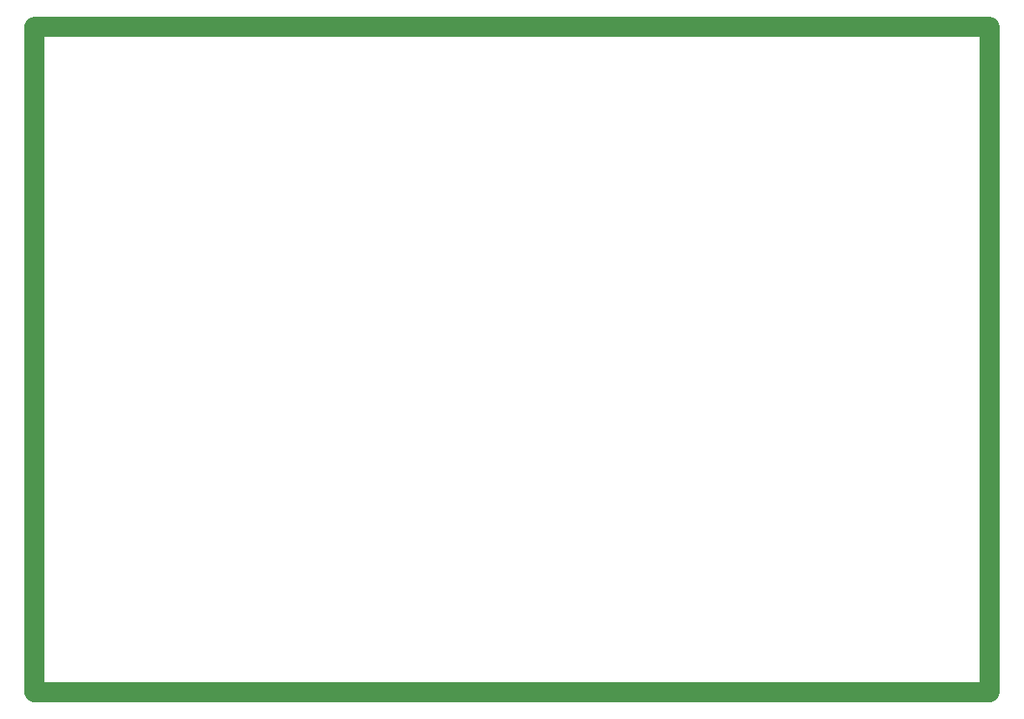
<source format=gko>
G04*
G04 #@! TF.GenerationSoftware,Altium Limited,Altium Designer,22.10.1 (41)*
G04*
G04 Layer_Color=16711935*
%FSLAX25Y25*%
%MOIN*%
G70*
G04*
G04 #@! TF.SameCoordinates,49C2D000-8325-4097-923D-366AA4D3C581*
G04*
G04*
G04 #@! TF.FilePolarity,Positive*
G04*
G01*
G75*
%ADD82C,0.07874*%
D82*
X100000Y235000D02*
X480000D01*
X100000Y500000D02*
X480000D01*
Y235000D02*
Y500000D01*
X100000Y235000D02*
Y500000D01*
M02*

</source>
